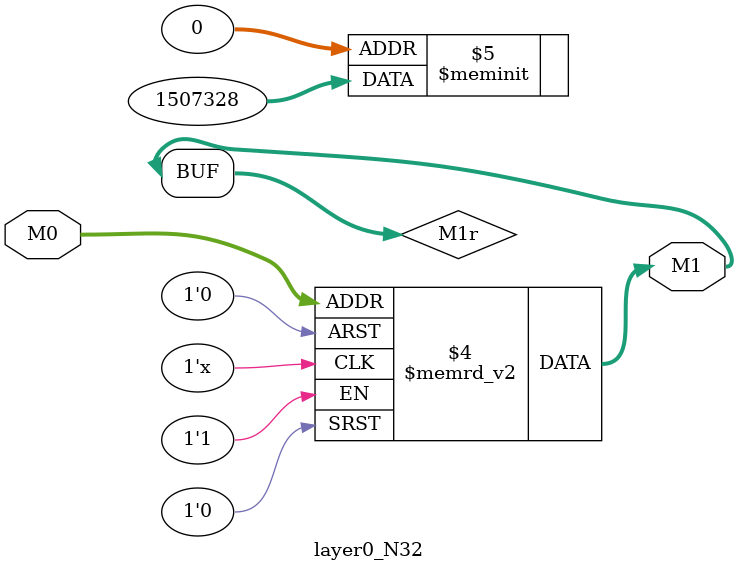
<source format=v>
module layer0_N32 ( input [3:0] M0, output [1:0] M1 );

	(*rom_style = "distributed" *) reg [1:0] M1r;
	assign M1 = M1r;
	always @ (M0) begin
		case (M0)
			4'b0000: M1r = 2'b00;
			4'b1000: M1r = 2'b11;
			4'b0100: M1r = 2'b00;
			4'b1100: M1r = 2'b00;
			4'b0010: M1r = 2'b00;
			4'b1010: M1r = 2'b01;
			4'b0110: M1r = 2'b00;
			4'b1110: M1r = 2'b00;
			4'b0001: M1r = 2'b00;
			4'b1001: M1r = 2'b01;
			4'b0101: M1r = 2'b00;
			4'b1101: M1r = 2'b00;
			4'b0011: M1r = 2'b00;
			4'b1011: M1r = 2'b00;
			4'b0111: M1r = 2'b00;
			4'b1111: M1r = 2'b00;

		endcase
	end
endmodule

</source>
